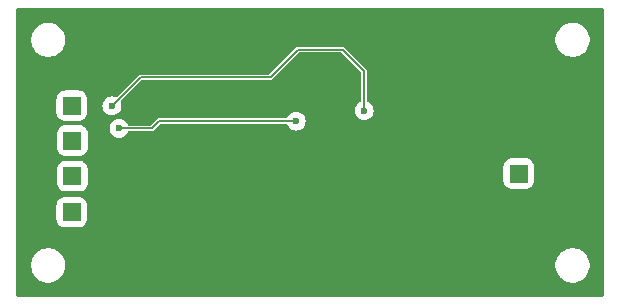
<source format=gbr>
%TF.GenerationSoftware,KiCad,Pcbnew,8.0.4*%
%TF.CreationDate,2024-11-04T05:07:06-05:00*%
%TF.ProjectId,6-axisIMU,362d6178-6973-4494-9d55-2e6b69636164,V01*%
%TF.SameCoordinates,Original*%
%TF.FileFunction,Copper,L2,Bot*%
%TF.FilePolarity,Positive*%
%FSLAX46Y46*%
G04 Gerber Fmt 4.6, Leading zero omitted, Abs format (unit mm)*
G04 Created by KiCad (PCBNEW 8.0.4) date 2024-11-04 05:07:06*
%MOMM*%
%LPD*%
G01*
G04 APERTURE LIST*
G04 Aperture macros list*
%AMRoundRect*
0 Rectangle with rounded corners*
0 $1 Rounding radius*
0 $2 $3 $4 $5 $6 $7 $8 $9 X,Y pos of 4 corners*
0 Add a 4 corners polygon primitive as box body*
4,1,4,$2,$3,$4,$5,$6,$7,$8,$9,$2,$3,0*
0 Add four circle primitives for the rounded corners*
1,1,$1+$1,$2,$3*
1,1,$1+$1,$4,$5*
1,1,$1+$1,$6,$7*
1,1,$1+$1,$8,$9*
0 Add four rect primitives between the rounded corners*
20,1,$1+$1,$2,$3,$4,$5,0*
20,1,$1+$1,$4,$5,$6,$7,0*
20,1,$1+$1,$6,$7,$8,$9,0*
20,1,$1+$1,$8,$9,$2,$3,0*%
G04 Aperture macros list end*
%TA.AperFunction,ComponentPad*%
%ADD10RoundRect,0.250000X-0.550000X-0.550000X0.550000X-0.550000X0.550000X0.550000X-0.550000X0.550000X0*%
%TD*%
%TA.AperFunction,ViaPad*%
%ADD11C,0.600000*%
%TD*%
%TA.AperFunction,Conductor*%
%ADD12C,0.200000*%
%TD*%
G04 APERTURE END LIST*
D10*
%TO.P,SDA,1*%
%TO.N,unconnected-(R2-Pad2)*%
X63650000Y-43150000D03*
%TD*%
%TO.P,INT2,1*%
%TO.N,/INT2*%
X63650000Y-34150000D03*
%TD*%
%TO.P,5V-In,1*%
%TO.N,+5V*%
X101500000Y-39900000D03*
%TD*%
%TO.P,INT1,1*%
%TO.N,/INT1*%
X63700000Y-37100000D03*
%TD*%
%TO.P,SCL,1*%
%TO.N,SCL*%
X63700000Y-40100000D03*
%TD*%
D11*
%TO.N,/INT2*%
X67050000Y-34150000D03*
%TO.N,GND*%
X86250000Y-37400000D03*
X74900000Y-31200000D03*
X100050000Y-33900000D03*
X90100000Y-47300000D03*
X81900000Y-42500000D03*
X81600000Y-32750000D03*
%TO.N,/INT1*%
X82650000Y-35450000D03*
X67650000Y-36050000D03*
%TO.N,/INT2*%
X88400000Y-34550000D03*
%TD*%
D12*
%TO.N,/INT2*%
X88400000Y-34550000D02*
X88400000Y-31200000D01*
X88400000Y-31200000D02*
X86600000Y-29400000D01*
X86600000Y-29400000D02*
X82800000Y-29400000D01*
X82800000Y-29400000D02*
X80473000Y-31727000D01*
X80473000Y-31727000D02*
X69473000Y-31727000D01*
X69473000Y-31727000D02*
X67050000Y-34150000D01*
%TO.N,/INT1*%
X70423000Y-36050000D02*
X71023000Y-35450000D01*
X67650000Y-36050000D02*
X70423000Y-36050000D01*
X71023000Y-35450000D02*
X82650000Y-35450000D01*
%TD*%
%TA.AperFunction,Conductor*%
%TO.N,GND*%
G36*
X108662539Y-25920185D02*
G01*
X108708294Y-25972989D01*
X108719500Y-26024500D01*
X108719500Y-50175500D01*
X108699815Y-50242539D01*
X108647011Y-50288294D01*
X108595500Y-50299500D01*
X59044500Y-50299500D01*
X58977461Y-50279815D01*
X58931706Y-50227011D01*
X58920500Y-50175500D01*
X58920500Y-47545837D01*
X60209500Y-47545837D01*
X60209500Y-47774162D01*
X60245215Y-47999660D01*
X60315770Y-48216803D01*
X60419421Y-48420228D01*
X60553621Y-48604937D01*
X60715063Y-48766379D01*
X60899772Y-48900579D01*
X60995884Y-48949550D01*
X61103196Y-49004229D01*
X61103198Y-49004229D01*
X61103201Y-49004231D01*
X61219592Y-49042049D01*
X61320339Y-49074784D01*
X61545838Y-49110500D01*
X61545843Y-49110500D01*
X61774162Y-49110500D01*
X61999660Y-49074784D01*
X62216799Y-49004231D01*
X62420228Y-48900579D01*
X62604937Y-48766379D01*
X62766379Y-48604937D01*
X62900579Y-48420228D01*
X63004231Y-48216799D01*
X63074784Y-47999660D01*
X63110500Y-47774162D01*
X63110500Y-47545837D01*
X104599500Y-47545837D01*
X104599500Y-47774162D01*
X104635215Y-47999660D01*
X104705770Y-48216803D01*
X104809421Y-48420228D01*
X104943621Y-48604937D01*
X105105063Y-48766379D01*
X105289772Y-48900579D01*
X105385884Y-48949550D01*
X105493196Y-49004229D01*
X105493198Y-49004229D01*
X105493201Y-49004231D01*
X105609592Y-49042049D01*
X105710339Y-49074784D01*
X105935838Y-49110500D01*
X105935843Y-49110500D01*
X106164162Y-49110500D01*
X106389660Y-49074784D01*
X106606799Y-49004231D01*
X106810228Y-48900579D01*
X106994937Y-48766379D01*
X107156379Y-48604937D01*
X107290579Y-48420228D01*
X107394231Y-48216799D01*
X107464784Y-47999660D01*
X107500500Y-47774162D01*
X107500500Y-47545837D01*
X107464784Y-47320339D01*
X107394229Y-47103196D01*
X107290578Y-46899771D01*
X107156379Y-46715063D01*
X106994937Y-46553621D01*
X106810228Y-46419421D01*
X106606803Y-46315770D01*
X106389660Y-46245215D01*
X106164162Y-46209500D01*
X106164157Y-46209500D01*
X105935843Y-46209500D01*
X105935838Y-46209500D01*
X105710339Y-46245215D01*
X105493196Y-46315770D01*
X105289771Y-46419421D01*
X105105061Y-46553622D01*
X104943622Y-46715061D01*
X104809421Y-46899771D01*
X104705770Y-47103196D01*
X104635215Y-47320339D01*
X104599500Y-47545837D01*
X63110500Y-47545837D01*
X63074784Y-47320339D01*
X63004229Y-47103196D01*
X62900578Y-46899771D01*
X62766379Y-46715063D01*
X62604937Y-46553621D01*
X62420228Y-46419421D01*
X62216803Y-46315770D01*
X61999660Y-46245215D01*
X61774162Y-46209500D01*
X61774157Y-46209500D01*
X61545843Y-46209500D01*
X61545838Y-46209500D01*
X61320339Y-46245215D01*
X61103196Y-46315770D01*
X60899771Y-46419421D01*
X60715061Y-46553622D01*
X60553622Y-46715061D01*
X60419421Y-46899771D01*
X60315770Y-47103196D01*
X60245215Y-47320339D01*
X60209500Y-47545837D01*
X58920500Y-47545837D01*
X58920500Y-42549983D01*
X62349500Y-42549983D01*
X62349500Y-43750001D01*
X62349501Y-43750018D01*
X62360000Y-43852796D01*
X62360001Y-43852799D01*
X62415185Y-44019331D01*
X62415186Y-44019334D01*
X62507288Y-44168656D01*
X62631344Y-44292712D01*
X62780666Y-44384814D01*
X62947203Y-44439999D01*
X63049991Y-44450500D01*
X64250008Y-44450499D01*
X64352797Y-44439999D01*
X64519334Y-44384814D01*
X64668656Y-44292712D01*
X64792712Y-44168656D01*
X64884814Y-44019334D01*
X64939999Y-43852797D01*
X64950500Y-43750009D01*
X64950499Y-42549992D01*
X64939999Y-42447203D01*
X64884814Y-42280666D01*
X64792712Y-42131344D01*
X64668656Y-42007288D01*
X64519334Y-41915186D01*
X64352797Y-41860001D01*
X64352795Y-41860000D01*
X64250010Y-41849500D01*
X63049998Y-41849500D01*
X63049981Y-41849501D01*
X62947203Y-41860000D01*
X62947200Y-41860001D01*
X62780668Y-41915185D01*
X62780663Y-41915187D01*
X62631342Y-42007289D01*
X62507289Y-42131342D01*
X62415187Y-42280663D01*
X62415186Y-42280666D01*
X62360001Y-42447203D01*
X62360001Y-42447204D01*
X62360000Y-42447204D01*
X62349500Y-42549983D01*
X58920500Y-42549983D01*
X58920500Y-39499983D01*
X62399500Y-39499983D01*
X62399500Y-40700001D01*
X62399501Y-40700018D01*
X62410000Y-40802796D01*
X62410001Y-40802799D01*
X62448393Y-40918656D01*
X62465186Y-40969334D01*
X62557288Y-41118656D01*
X62681344Y-41242712D01*
X62830666Y-41334814D01*
X62997203Y-41389999D01*
X63099991Y-41400500D01*
X64300008Y-41400499D01*
X64402797Y-41389999D01*
X64569334Y-41334814D01*
X64718656Y-41242712D01*
X64842712Y-41118656D01*
X64934814Y-40969334D01*
X64989999Y-40802797D01*
X65000500Y-40700009D01*
X65000499Y-39499992D01*
X64989999Y-39397203D01*
X64957783Y-39299983D01*
X100199500Y-39299983D01*
X100199500Y-40500001D01*
X100199501Y-40500018D01*
X100210000Y-40602796D01*
X100210001Y-40602799D01*
X100242214Y-40700009D01*
X100265186Y-40769334D01*
X100357288Y-40918656D01*
X100481344Y-41042712D01*
X100630666Y-41134814D01*
X100797203Y-41189999D01*
X100899991Y-41200500D01*
X102100008Y-41200499D01*
X102202797Y-41189999D01*
X102369334Y-41134814D01*
X102518656Y-41042712D01*
X102642712Y-40918656D01*
X102734814Y-40769334D01*
X102789999Y-40602797D01*
X102800500Y-40500009D01*
X102800499Y-39299992D01*
X102793417Y-39230668D01*
X102789999Y-39197203D01*
X102789998Y-39197200D01*
X102751606Y-39081342D01*
X102734814Y-39030666D01*
X102642712Y-38881344D01*
X102518656Y-38757288D01*
X102369334Y-38665186D01*
X102202797Y-38610001D01*
X102202795Y-38610000D01*
X102100010Y-38599500D01*
X100899998Y-38599500D01*
X100899981Y-38599501D01*
X100797203Y-38610000D01*
X100797200Y-38610001D01*
X100630668Y-38665185D01*
X100630663Y-38665187D01*
X100481342Y-38757289D01*
X100357289Y-38881342D01*
X100265187Y-39030663D01*
X100265185Y-39030668D01*
X100248393Y-39081344D01*
X100210001Y-39197203D01*
X100210001Y-39197204D01*
X100210000Y-39197204D01*
X100199500Y-39299983D01*
X64957783Y-39299983D01*
X64934814Y-39230666D01*
X64842712Y-39081344D01*
X64718656Y-38957288D01*
X64625888Y-38900069D01*
X64569336Y-38865187D01*
X64569331Y-38865185D01*
X64567862Y-38864698D01*
X64402797Y-38810001D01*
X64402795Y-38810000D01*
X64300010Y-38799500D01*
X63099998Y-38799500D01*
X63099981Y-38799501D01*
X62997203Y-38810000D01*
X62997200Y-38810001D01*
X62830668Y-38865185D01*
X62830663Y-38865187D01*
X62681342Y-38957289D01*
X62557289Y-39081342D01*
X62465187Y-39230663D01*
X62465186Y-39230666D01*
X62410001Y-39397203D01*
X62410001Y-39397204D01*
X62410000Y-39397204D01*
X62399500Y-39499983D01*
X58920500Y-39499983D01*
X58920500Y-36499983D01*
X62399500Y-36499983D01*
X62399500Y-37700001D01*
X62399501Y-37700018D01*
X62410000Y-37802796D01*
X62410001Y-37802799D01*
X62465185Y-37969331D01*
X62465186Y-37969334D01*
X62557288Y-38118656D01*
X62681344Y-38242712D01*
X62830666Y-38334814D01*
X62997203Y-38389999D01*
X63099991Y-38400500D01*
X64300008Y-38400499D01*
X64402797Y-38389999D01*
X64569334Y-38334814D01*
X64718656Y-38242712D01*
X64842712Y-38118656D01*
X64934814Y-37969334D01*
X64989999Y-37802797D01*
X65000500Y-37700009D01*
X65000499Y-36499992D01*
X64989999Y-36397203D01*
X64934814Y-36230666D01*
X64842712Y-36081344D01*
X64811364Y-36049996D01*
X66844435Y-36049996D01*
X66844435Y-36050003D01*
X66864630Y-36229249D01*
X66864631Y-36229254D01*
X66924211Y-36399523D01*
X66987344Y-36499998D01*
X67020184Y-36552262D01*
X67147738Y-36679816D01*
X67300478Y-36775789D01*
X67470745Y-36835368D01*
X67470750Y-36835369D01*
X67649996Y-36855565D01*
X67650000Y-36855565D01*
X67650004Y-36855565D01*
X67829249Y-36835369D01*
X67829252Y-36835368D01*
X67829255Y-36835368D01*
X67999522Y-36775789D01*
X68152262Y-36679816D01*
X68279816Y-36552262D01*
X68375789Y-36399522D01*
X68389427Y-36360545D01*
X68430149Y-36303770D01*
X68495101Y-36278022D01*
X68506469Y-36277500D01*
X70468252Y-36277500D01*
X70468253Y-36277500D01*
X70551868Y-36242865D01*
X71080914Y-35713819D01*
X71142237Y-35680334D01*
X71168595Y-35677500D01*
X81793531Y-35677500D01*
X81860570Y-35697185D01*
X81906325Y-35749989D01*
X81910573Y-35760546D01*
X81924211Y-35799523D01*
X82020184Y-35952262D01*
X82147738Y-36079816D01*
X82300478Y-36175789D01*
X82457313Y-36230668D01*
X82470745Y-36235368D01*
X82470750Y-36235369D01*
X82649996Y-36255565D01*
X82650000Y-36255565D01*
X82650004Y-36255565D01*
X82829249Y-36235369D01*
X82829252Y-36235368D01*
X82829255Y-36235368D01*
X82999522Y-36175789D01*
X83152262Y-36079816D01*
X83279816Y-35952262D01*
X83375789Y-35799522D01*
X83435368Y-35629255D01*
X83455565Y-35450000D01*
X83454438Y-35439999D01*
X83435369Y-35270750D01*
X83435368Y-35270745D01*
X83409294Y-35196230D01*
X83375789Y-35100478D01*
X83279816Y-34947738D01*
X83152262Y-34820184D01*
X83088017Y-34779816D01*
X82999523Y-34724211D01*
X82829254Y-34664631D01*
X82829249Y-34664630D01*
X82650004Y-34644435D01*
X82649996Y-34644435D01*
X82470750Y-34664630D01*
X82470745Y-34664631D01*
X82300476Y-34724211D01*
X82147737Y-34820184D01*
X82020184Y-34947737D01*
X81924211Y-35100476D01*
X81910573Y-35139454D01*
X81869851Y-35196230D01*
X81804899Y-35221978D01*
X81793531Y-35222500D01*
X70977746Y-35222500D01*
X70894129Y-35257136D01*
X70365086Y-35786181D01*
X70303763Y-35819666D01*
X70277405Y-35822500D01*
X68506469Y-35822500D01*
X68439430Y-35802815D01*
X68393675Y-35750011D01*
X68389427Y-35739454D01*
X68375788Y-35700476D01*
X68279815Y-35547737D01*
X68152262Y-35420184D01*
X67999523Y-35324211D01*
X67829254Y-35264631D01*
X67829249Y-35264630D01*
X67650004Y-35244435D01*
X67649996Y-35244435D01*
X67470750Y-35264630D01*
X67470745Y-35264631D01*
X67300476Y-35324211D01*
X67147737Y-35420184D01*
X67020184Y-35547737D01*
X66924211Y-35700476D01*
X66864631Y-35870745D01*
X66864630Y-35870750D01*
X66844435Y-36049996D01*
X64811364Y-36049996D01*
X64718656Y-35957288D01*
X64569334Y-35865186D01*
X64402797Y-35810001D01*
X64402795Y-35810000D01*
X64300010Y-35799500D01*
X63099998Y-35799500D01*
X63099981Y-35799501D01*
X62997203Y-35810000D01*
X62997200Y-35810001D01*
X62830668Y-35865185D01*
X62830663Y-35865187D01*
X62681342Y-35957289D01*
X62557289Y-36081342D01*
X62465187Y-36230663D01*
X62465185Y-36230668D01*
X62456935Y-36255565D01*
X62410001Y-36397203D01*
X62410001Y-36397204D01*
X62410000Y-36397204D01*
X62399500Y-36499983D01*
X58920500Y-36499983D01*
X58920500Y-33549983D01*
X62349500Y-33549983D01*
X62349500Y-34750001D01*
X62349501Y-34750018D01*
X62360000Y-34852796D01*
X62360001Y-34852799D01*
X62391461Y-34947737D01*
X62415186Y-35019334D01*
X62507288Y-35168656D01*
X62631344Y-35292712D01*
X62780666Y-35384814D01*
X62947203Y-35439999D01*
X63049991Y-35450500D01*
X64250008Y-35450499D01*
X64352797Y-35439999D01*
X64519334Y-35384814D01*
X64668656Y-35292712D01*
X64792712Y-35168656D01*
X64884814Y-35019334D01*
X64939999Y-34852797D01*
X64950500Y-34750009D01*
X64950499Y-34149996D01*
X66244435Y-34149996D01*
X66244435Y-34150003D01*
X66264630Y-34329249D01*
X66264631Y-34329254D01*
X66324211Y-34499523D01*
X66355926Y-34549996D01*
X66420184Y-34652262D01*
X66547738Y-34779816D01*
X66611983Y-34820184D01*
X66663889Y-34852799D01*
X66700478Y-34875789D01*
X66768306Y-34899523D01*
X66870745Y-34935368D01*
X66870750Y-34935369D01*
X67049996Y-34955565D01*
X67050000Y-34955565D01*
X67050004Y-34955565D01*
X67229249Y-34935369D01*
X67229252Y-34935368D01*
X67229255Y-34935368D01*
X67399522Y-34875789D01*
X67552262Y-34779816D01*
X67679816Y-34652262D01*
X67775789Y-34499522D01*
X67835368Y-34329255D01*
X67855565Y-34150000D01*
X67835368Y-33970745D01*
X67787386Y-33833620D01*
X67783825Y-33763841D01*
X67816745Y-33704986D01*
X69530914Y-31990819D01*
X69592237Y-31957334D01*
X69618595Y-31954500D01*
X80518252Y-31954500D01*
X80518253Y-31954500D01*
X80601868Y-31919865D01*
X82857915Y-29663819D01*
X82919238Y-29630334D01*
X82945596Y-29627500D01*
X86454405Y-29627500D01*
X86521444Y-29647185D01*
X86542086Y-29663819D01*
X88136181Y-31257914D01*
X88169666Y-31319237D01*
X88172500Y-31345595D01*
X88172500Y-33693531D01*
X88152815Y-33760570D01*
X88100011Y-33806325D01*
X88089455Y-33810572D01*
X88050479Y-33824210D01*
X88050475Y-33824212D01*
X87897737Y-33920184D01*
X87770184Y-34047737D01*
X87674211Y-34200476D01*
X87614631Y-34370745D01*
X87614630Y-34370750D01*
X87594435Y-34549996D01*
X87594435Y-34550003D01*
X87614630Y-34729249D01*
X87614631Y-34729254D01*
X87674211Y-34899523D01*
X87704507Y-34947738D01*
X87770184Y-35052262D01*
X87897738Y-35179816D01*
X87965669Y-35222500D01*
X88042450Y-35270745D01*
X88050478Y-35275789D01*
X88188860Y-35324211D01*
X88220745Y-35335368D01*
X88220750Y-35335369D01*
X88399996Y-35355565D01*
X88400000Y-35355565D01*
X88400004Y-35355565D01*
X88579249Y-35335369D01*
X88579252Y-35335368D01*
X88579255Y-35335368D01*
X88749522Y-35275789D01*
X88902262Y-35179816D01*
X89029816Y-35052262D01*
X89125789Y-34899522D01*
X89185368Y-34729255D01*
X89185369Y-34729249D01*
X89205565Y-34550003D01*
X89205565Y-34549996D01*
X89185369Y-34370750D01*
X89185368Y-34370745D01*
X89125788Y-34200476D01*
X89029815Y-34047737D01*
X88902262Y-33920184D01*
X88749524Y-33824212D01*
X88749520Y-33824210D01*
X88710545Y-33810572D01*
X88653769Y-33769850D01*
X88628022Y-33704897D01*
X88627500Y-33693531D01*
X88627500Y-31154748D01*
X88627500Y-31154747D01*
X88592865Y-31071132D01*
X88528868Y-31007135D01*
X86728870Y-29207136D01*
X86728865Y-29207134D01*
X86645253Y-29172500D01*
X82845253Y-29172500D01*
X82754747Y-29172500D01*
X82754745Y-29172500D01*
X82754743Y-29172501D01*
X82671134Y-29207131D01*
X82671132Y-29207133D01*
X80415086Y-31463181D01*
X80353763Y-31496666D01*
X80327405Y-31499500D01*
X69427746Y-31499500D01*
X69344130Y-31534136D01*
X67495013Y-33383252D01*
X67433690Y-33416737D01*
X67366377Y-33412613D01*
X67229254Y-33364631D01*
X67229249Y-33364630D01*
X67050004Y-33344435D01*
X67049996Y-33344435D01*
X66870750Y-33364630D01*
X66870745Y-33364631D01*
X66700476Y-33424211D01*
X66547737Y-33520184D01*
X66420184Y-33647737D01*
X66324211Y-33800476D01*
X66264631Y-33970745D01*
X66264630Y-33970750D01*
X66244435Y-34149996D01*
X64950499Y-34149996D01*
X64950499Y-33549992D01*
X64939999Y-33447203D01*
X64884814Y-33280666D01*
X64792712Y-33131344D01*
X64668656Y-33007288D01*
X64519334Y-32915186D01*
X64352797Y-32860001D01*
X64352795Y-32860000D01*
X64250010Y-32849500D01*
X63049998Y-32849500D01*
X63049981Y-32849501D01*
X62947203Y-32860000D01*
X62947200Y-32860001D01*
X62780668Y-32915185D01*
X62780663Y-32915187D01*
X62631342Y-33007289D01*
X62507289Y-33131342D01*
X62415187Y-33280663D01*
X62415186Y-33280666D01*
X62360001Y-33447203D01*
X62360001Y-33447204D01*
X62360000Y-33447204D01*
X62349500Y-33549983D01*
X58920500Y-33549983D01*
X58920500Y-28435837D01*
X60209500Y-28435837D01*
X60209500Y-28664162D01*
X60245215Y-28889660D01*
X60315770Y-29106803D01*
X60366893Y-29207136D01*
X60419421Y-29310228D01*
X60553621Y-29494937D01*
X60715063Y-29656379D01*
X60899772Y-29790579D01*
X60995884Y-29839550D01*
X61103196Y-29894229D01*
X61103198Y-29894229D01*
X61103201Y-29894231D01*
X61219592Y-29932049D01*
X61320339Y-29964784D01*
X61545838Y-30000500D01*
X61545843Y-30000500D01*
X61774162Y-30000500D01*
X61999660Y-29964784D01*
X62216799Y-29894231D01*
X62420228Y-29790579D01*
X62604937Y-29656379D01*
X62766379Y-29494937D01*
X62900579Y-29310228D01*
X63004231Y-29106799D01*
X63074784Y-28889660D01*
X63110500Y-28664162D01*
X63110500Y-28435837D01*
X104599500Y-28435837D01*
X104599500Y-28664162D01*
X104635215Y-28889660D01*
X104705770Y-29106803D01*
X104756893Y-29207136D01*
X104809421Y-29310228D01*
X104943621Y-29494937D01*
X105105063Y-29656379D01*
X105289772Y-29790579D01*
X105385884Y-29839550D01*
X105493196Y-29894229D01*
X105493198Y-29894229D01*
X105493201Y-29894231D01*
X105609592Y-29932049D01*
X105710339Y-29964784D01*
X105935838Y-30000500D01*
X105935843Y-30000500D01*
X106164162Y-30000500D01*
X106389660Y-29964784D01*
X106606799Y-29894231D01*
X106810228Y-29790579D01*
X106994937Y-29656379D01*
X107156379Y-29494937D01*
X107290579Y-29310228D01*
X107394231Y-29106799D01*
X107464784Y-28889660D01*
X107500500Y-28664162D01*
X107500500Y-28435837D01*
X107464784Y-28210339D01*
X107394229Y-27993196D01*
X107290578Y-27789771D01*
X107156379Y-27605063D01*
X106994937Y-27443621D01*
X106810228Y-27309421D01*
X106606803Y-27205770D01*
X106389660Y-27135215D01*
X106164162Y-27099500D01*
X106164157Y-27099500D01*
X105935843Y-27099500D01*
X105935838Y-27099500D01*
X105710339Y-27135215D01*
X105493196Y-27205770D01*
X105289771Y-27309421D01*
X105105061Y-27443622D01*
X104943622Y-27605061D01*
X104809421Y-27789771D01*
X104705770Y-27993196D01*
X104635215Y-28210339D01*
X104599500Y-28435837D01*
X63110500Y-28435837D01*
X63074784Y-28210339D01*
X63004229Y-27993196D01*
X62900578Y-27789771D01*
X62766379Y-27605063D01*
X62604937Y-27443621D01*
X62420228Y-27309421D01*
X62216803Y-27205770D01*
X61999660Y-27135215D01*
X61774162Y-27099500D01*
X61774157Y-27099500D01*
X61545843Y-27099500D01*
X61545838Y-27099500D01*
X61320339Y-27135215D01*
X61103196Y-27205770D01*
X60899771Y-27309421D01*
X60715061Y-27443622D01*
X60553622Y-27605061D01*
X60419421Y-27789771D01*
X60315770Y-27993196D01*
X60245215Y-28210339D01*
X60209500Y-28435837D01*
X58920500Y-28435837D01*
X58920500Y-26024500D01*
X58940185Y-25957461D01*
X58992989Y-25911706D01*
X59044500Y-25900500D01*
X108595500Y-25900500D01*
X108662539Y-25920185D01*
G37*
%TD.AperFunction*%
%TD*%
M02*

</source>
